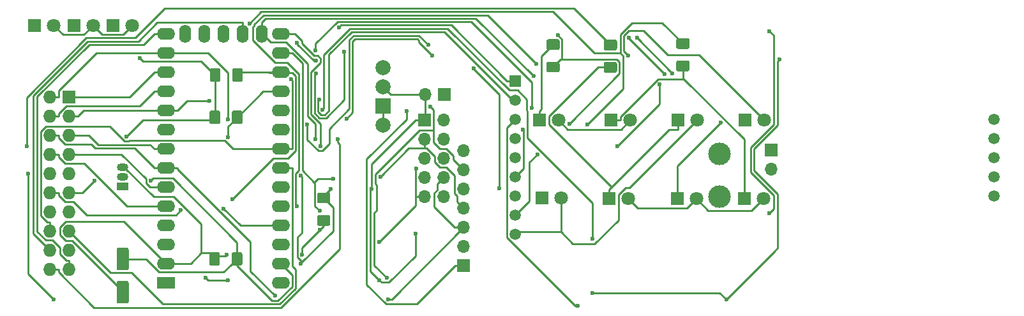
<source format=gbr>
G04 #@! TF.GenerationSoftware,KiCad,Pcbnew,(5.1.4)-1*
G04 #@! TF.CreationDate,2022-01-22T20:19:37+01:00*
G04 #@! TF.ProjectId,KRS-XL_CB6-9-12,4b52532d-584c-45f4-9342-362d392d3132,V01.01_work*
G04 #@! TF.SameCoordinates,Original*
G04 #@! TF.FileFunction,Copper,L2,Bot*
G04 #@! TF.FilePolarity,Positive*
%FSLAX46Y46*%
G04 Gerber Fmt 4.6, Leading zero omitted, Abs format (unit mm)*
G04 Created by KiCad (PCBNEW (5.1.4)-1) date 2022-01-22 20:19:37*
%MOMM*%
%LPD*%
G04 APERTURE LIST*
%ADD10O,1.727200X1.727200*%
%ADD11R,1.727200X1.727200*%
%ADD12C,1.500000*%
%ADD13R,1.500000X1.500000*%
%ADD14C,0.100000*%
%ADD15C,1.425000*%
%ADD16C,1.600000*%
%ADD17C,1.800000*%
%ADD18R,1.800000X1.800000*%
%ADD19R,1.500000X1.050000*%
%ADD20O,1.500000X1.050000*%
%ADD21O,1.700000X1.700000*%
%ADD22R,1.700000X1.700000*%
%ADD23O,1.600000X2.400000*%
%ADD24O,2.400000X1.600000*%
%ADD25R,2.400000X1.600000*%
%ADD26C,3.000000*%
%ADD27R,2.000000X2.000000*%
%ADD28C,2.000000*%
%ADD29C,0.600000*%
%ADD30C,0.250000*%
G04 APERTURE END LIST*
D10*
X53848000Y-85217000D03*
X56388000Y-85217000D03*
X53848000Y-82677000D03*
X56388000Y-82677000D03*
X53848000Y-80137000D03*
X56388000Y-80137000D03*
X53848000Y-77597000D03*
X56388000Y-77597000D03*
X53848000Y-75057000D03*
X56388000Y-75057000D03*
X53848000Y-72517000D03*
X56388000Y-72517000D03*
X53848000Y-69977000D03*
X56388000Y-69977000D03*
X53848000Y-67437000D03*
X56388000Y-67437000D03*
X53848000Y-64897000D03*
X56388000Y-64897000D03*
X53848000Y-62357000D03*
D11*
X56388000Y-62357000D03*
D12*
X179090000Y-75438000D03*
X179090000Y-72898000D03*
X179090000Y-70358000D03*
X179090000Y-67818000D03*
X179090000Y-65278000D03*
X115570000Y-80518000D03*
X115570000Y-77978000D03*
X115570000Y-75438000D03*
X115570000Y-72898000D03*
X115570000Y-70358000D03*
X115570000Y-67818000D03*
X115570000Y-65278000D03*
X115570000Y-62738000D03*
D13*
X115570000Y-60198000D03*
D14*
G36*
X79190504Y-64150204D02*
G01*
X79214773Y-64153804D01*
X79238571Y-64159765D01*
X79261671Y-64168030D01*
X79283849Y-64178520D01*
X79304893Y-64191133D01*
X79324598Y-64205747D01*
X79342777Y-64222223D01*
X79359253Y-64240402D01*
X79373867Y-64260107D01*
X79386480Y-64281151D01*
X79396970Y-64303329D01*
X79405235Y-64326429D01*
X79411196Y-64350227D01*
X79414796Y-64374496D01*
X79416000Y-64399000D01*
X79416000Y-65649000D01*
X79414796Y-65673504D01*
X79411196Y-65697773D01*
X79405235Y-65721571D01*
X79396970Y-65744671D01*
X79386480Y-65766849D01*
X79373867Y-65787893D01*
X79359253Y-65807598D01*
X79342777Y-65825777D01*
X79324598Y-65842253D01*
X79304893Y-65856867D01*
X79283849Y-65869480D01*
X79261671Y-65879970D01*
X79238571Y-65888235D01*
X79214773Y-65894196D01*
X79190504Y-65897796D01*
X79166000Y-65899000D01*
X78241000Y-65899000D01*
X78216496Y-65897796D01*
X78192227Y-65894196D01*
X78168429Y-65888235D01*
X78145329Y-65879970D01*
X78123151Y-65869480D01*
X78102107Y-65856867D01*
X78082402Y-65842253D01*
X78064223Y-65825777D01*
X78047747Y-65807598D01*
X78033133Y-65787893D01*
X78020520Y-65766849D01*
X78010030Y-65744671D01*
X78001765Y-65721571D01*
X77995804Y-65697773D01*
X77992204Y-65673504D01*
X77991000Y-65649000D01*
X77991000Y-64399000D01*
X77992204Y-64374496D01*
X77995804Y-64350227D01*
X78001765Y-64326429D01*
X78010030Y-64303329D01*
X78020520Y-64281151D01*
X78033133Y-64260107D01*
X78047747Y-64240402D01*
X78064223Y-64222223D01*
X78082402Y-64205747D01*
X78102107Y-64191133D01*
X78123151Y-64178520D01*
X78145329Y-64168030D01*
X78168429Y-64159765D01*
X78192227Y-64153804D01*
X78216496Y-64150204D01*
X78241000Y-64149000D01*
X79166000Y-64149000D01*
X79190504Y-64150204D01*
X79190504Y-64150204D01*
G37*
D15*
X78703500Y-65024000D03*
D14*
G36*
X76215504Y-64150204D02*
G01*
X76239773Y-64153804D01*
X76263571Y-64159765D01*
X76286671Y-64168030D01*
X76308849Y-64178520D01*
X76329893Y-64191133D01*
X76349598Y-64205747D01*
X76367777Y-64222223D01*
X76384253Y-64240402D01*
X76398867Y-64260107D01*
X76411480Y-64281151D01*
X76421970Y-64303329D01*
X76430235Y-64326429D01*
X76436196Y-64350227D01*
X76439796Y-64374496D01*
X76441000Y-64399000D01*
X76441000Y-65649000D01*
X76439796Y-65673504D01*
X76436196Y-65697773D01*
X76430235Y-65721571D01*
X76421970Y-65744671D01*
X76411480Y-65766849D01*
X76398867Y-65787893D01*
X76384253Y-65807598D01*
X76367777Y-65825777D01*
X76349598Y-65842253D01*
X76329893Y-65856867D01*
X76308849Y-65869480D01*
X76286671Y-65879970D01*
X76263571Y-65888235D01*
X76239773Y-65894196D01*
X76215504Y-65897796D01*
X76191000Y-65899000D01*
X75266000Y-65899000D01*
X75241496Y-65897796D01*
X75217227Y-65894196D01*
X75193429Y-65888235D01*
X75170329Y-65879970D01*
X75148151Y-65869480D01*
X75127107Y-65856867D01*
X75107402Y-65842253D01*
X75089223Y-65825777D01*
X75072747Y-65807598D01*
X75058133Y-65787893D01*
X75045520Y-65766849D01*
X75035030Y-65744671D01*
X75026765Y-65721571D01*
X75020804Y-65697773D01*
X75017204Y-65673504D01*
X75016000Y-65649000D01*
X75016000Y-64399000D01*
X75017204Y-64374496D01*
X75020804Y-64350227D01*
X75026765Y-64326429D01*
X75035030Y-64303329D01*
X75045520Y-64281151D01*
X75058133Y-64260107D01*
X75072747Y-64240402D01*
X75089223Y-64222223D01*
X75107402Y-64205747D01*
X75127107Y-64191133D01*
X75148151Y-64178520D01*
X75170329Y-64168030D01*
X75193429Y-64159765D01*
X75217227Y-64153804D01*
X75241496Y-64150204D01*
X75266000Y-64149000D01*
X76191000Y-64149000D01*
X76215504Y-64150204D01*
X76215504Y-64150204D01*
G37*
D15*
X75728500Y-65024000D03*
D14*
G36*
X79227004Y-58562204D02*
G01*
X79251273Y-58565804D01*
X79275071Y-58571765D01*
X79298171Y-58580030D01*
X79320349Y-58590520D01*
X79341393Y-58603133D01*
X79361098Y-58617747D01*
X79379277Y-58634223D01*
X79395753Y-58652402D01*
X79410367Y-58672107D01*
X79422980Y-58693151D01*
X79433470Y-58715329D01*
X79441735Y-58738429D01*
X79447696Y-58762227D01*
X79451296Y-58786496D01*
X79452500Y-58811000D01*
X79452500Y-60061000D01*
X79451296Y-60085504D01*
X79447696Y-60109773D01*
X79441735Y-60133571D01*
X79433470Y-60156671D01*
X79422980Y-60178849D01*
X79410367Y-60199893D01*
X79395753Y-60219598D01*
X79379277Y-60237777D01*
X79361098Y-60254253D01*
X79341393Y-60268867D01*
X79320349Y-60281480D01*
X79298171Y-60291970D01*
X79275071Y-60300235D01*
X79251273Y-60306196D01*
X79227004Y-60309796D01*
X79202500Y-60311000D01*
X78277500Y-60311000D01*
X78252996Y-60309796D01*
X78228727Y-60306196D01*
X78204929Y-60300235D01*
X78181829Y-60291970D01*
X78159651Y-60281480D01*
X78138607Y-60268867D01*
X78118902Y-60254253D01*
X78100723Y-60237777D01*
X78084247Y-60219598D01*
X78069633Y-60199893D01*
X78057020Y-60178849D01*
X78046530Y-60156671D01*
X78038265Y-60133571D01*
X78032304Y-60109773D01*
X78028704Y-60085504D01*
X78027500Y-60061000D01*
X78027500Y-58811000D01*
X78028704Y-58786496D01*
X78032304Y-58762227D01*
X78038265Y-58738429D01*
X78046530Y-58715329D01*
X78057020Y-58693151D01*
X78069633Y-58672107D01*
X78084247Y-58652402D01*
X78100723Y-58634223D01*
X78118902Y-58617747D01*
X78138607Y-58603133D01*
X78159651Y-58590520D01*
X78181829Y-58580030D01*
X78204929Y-58571765D01*
X78228727Y-58565804D01*
X78252996Y-58562204D01*
X78277500Y-58561000D01*
X79202500Y-58561000D01*
X79227004Y-58562204D01*
X79227004Y-58562204D01*
G37*
D15*
X78740000Y-59436000D03*
D14*
G36*
X76252004Y-58562204D02*
G01*
X76276273Y-58565804D01*
X76300071Y-58571765D01*
X76323171Y-58580030D01*
X76345349Y-58590520D01*
X76366393Y-58603133D01*
X76386098Y-58617747D01*
X76404277Y-58634223D01*
X76420753Y-58652402D01*
X76435367Y-58672107D01*
X76447980Y-58693151D01*
X76458470Y-58715329D01*
X76466735Y-58738429D01*
X76472696Y-58762227D01*
X76476296Y-58786496D01*
X76477500Y-58811000D01*
X76477500Y-60061000D01*
X76476296Y-60085504D01*
X76472696Y-60109773D01*
X76466735Y-60133571D01*
X76458470Y-60156671D01*
X76447980Y-60178849D01*
X76435367Y-60199893D01*
X76420753Y-60219598D01*
X76404277Y-60237777D01*
X76386098Y-60254253D01*
X76366393Y-60268867D01*
X76345349Y-60281480D01*
X76323171Y-60291970D01*
X76300071Y-60300235D01*
X76276273Y-60306196D01*
X76252004Y-60309796D01*
X76227500Y-60311000D01*
X75302500Y-60311000D01*
X75277996Y-60309796D01*
X75253727Y-60306196D01*
X75229929Y-60300235D01*
X75206829Y-60291970D01*
X75184651Y-60281480D01*
X75163607Y-60268867D01*
X75143902Y-60254253D01*
X75125723Y-60237777D01*
X75109247Y-60219598D01*
X75094633Y-60199893D01*
X75082020Y-60178849D01*
X75071530Y-60156671D01*
X75063265Y-60133571D01*
X75057304Y-60109773D01*
X75053704Y-60085504D01*
X75052500Y-60061000D01*
X75052500Y-58811000D01*
X75053704Y-58786496D01*
X75057304Y-58762227D01*
X75063265Y-58738429D01*
X75071530Y-58715329D01*
X75082020Y-58693151D01*
X75094633Y-58672107D01*
X75109247Y-58652402D01*
X75125723Y-58634223D01*
X75143902Y-58617747D01*
X75163607Y-58603133D01*
X75184651Y-58590520D01*
X75206829Y-58580030D01*
X75229929Y-58571765D01*
X75253727Y-58565804D01*
X75277996Y-58562204D01*
X75302500Y-58561000D01*
X76227500Y-58561000D01*
X76252004Y-58562204D01*
X76252004Y-58562204D01*
G37*
D15*
X75765000Y-59436000D03*
D14*
G36*
X64074504Y-82321204D02*
G01*
X64098773Y-82324804D01*
X64122571Y-82330765D01*
X64145671Y-82339030D01*
X64167849Y-82349520D01*
X64188893Y-82362133D01*
X64208598Y-82376747D01*
X64226777Y-82393223D01*
X64243253Y-82411402D01*
X64257867Y-82431107D01*
X64270480Y-82452151D01*
X64280970Y-82474329D01*
X64289235Y-82497429D01*
X64295196Y-82521227D01*
X64298796Y-82545496D01*
X64300000Y-82570000D01*
X64300000Y-85070000D01*
X64298796Y-85094504D01*
X64295196Y-85118773D01*
X64289235Y-85142571D01*
X64280970Y-85165671D01*
X64270480Y-85187849D01*
X64257867Y-85208893D01*
X64243253Y-85228598D01*
X64226777Y-85246777D01*
X64208598Y-85263253D01*
X64188893Y-85277867D01*
X64167849Y-85290480D01*
X64145671Y-85300970D01*
X64122571Y-85309235D01*
X64098773Y-85315196D01*
X64074504Y-85318796D01*
X64050000Y-85320000D01*
X62950000Y-85320000D01*
X62925496Y-85318796D01*
X62901227Y-85315196D01*
X62877429Y-85309235D01*
X62854329Y-85300970D01*
X62832151Y-85290480D01*
X62811107Y-85277867D01*
X62791402Y-85263253D01*
X62773223Y-85246777D01*
X62756747Y-85228598D01*
X62742133Y-85208893D01*
X62729520Y-85187849D01*
X62719030Y-85165671D01*
X62710765Y-85142571D01*
X62704804Y-85118773D01*
X62701204Y-85094504D01*
X62700000Y-85070000D01*
X62700000Y-82570000D01*
X62701204Y-82545496D01*
X62704804Y-82521227D01*
X62710765Y-82497429D01*
X62719030Y-82474329D01*
X62729520Y-82452151D01*
X62742133Y-82431107D01*
X62756747Y-82411402D01*
X62773223Y-82393223D01*
X62791402Y-82376747D01*
X62811107Y-82362133D01*
X62832151Y-82349520D01*
X62854329Y-82339030D01*
X62877429Y-82330765D01*
X62901227Y-82324804D01*
X62925496Y-82321204D01*
X62950000Y-82320000D01*
X64050000Y-82320000D01*
X64074504Y-82321204D01*
X64074504Y-82321204D01*
G37*
D16*
X63500000Y-83820000D03*
D14*
G36*
X64074504Y-86721204D02*
G01*
X64098773Y-86724804D01*
X64122571Y-86730765D01*
X64145671Y-86739030D01*
X64167849Y-86749520D01*
X64188893Y-86762133D01*
X64208598Y-86776747D01*
X64226777Y-86793223D01*
X64243253Y-86811402D01*
X64257867Y-86831107D01*
X64270480Y-86852151D01*
X64280970Y-86874329D01*
X64289235Y-86897429D01*
X64295196Y-86921227D01*
X64298796Y-86945496D01*
X64300000Y-86970000D01*
X64300000Y-89470000D01*
X64298796Y-89494504D01*
X64295196Y-89518773D01*
X64289235Y-89542571D01*
X64280970Y-89565671D01*
X64270480Y-89587849D01*
X64257867Y-89608893D01*
X64243253Y-89628598D01*
X64226777Y-89646777D01*
X64208598Y-89663253D01*
X64188893Y-89677867D01*
X64167849Y-89690480D01*
X64145671Y-89700970D01*
X64122571Y-89709235D01*
X64098773Y-89715196D01*
X64074504Y-89718796D01*
X64050000Y-89720000D01*
X62950000Y-89720000D01*
X62925496Y-89718796D01*
X62901227Y-89715196D01*
X62877429Y-89709235D01*
X62854329Y-89700970D01*
X62832151Y-89690480D01*
X62811107Y-89677867D01*
X62791402Y-89663253D01*
X62773223Y-89646777D01*
X62756747Y-89628598D01*
X62742133Y-89608893D01*
X62729520Y-89587849D01*
X62719030Y-89565671D01*
X62710765Y-89542571D01*
X62704804Y-89518773D01*
X62701204Y-89494504D01*
X62700000Y-89470000D01*
X62700000Y-86970000D01*
X62701204Y-86945496D01*
X62704804Y-86921227D01*
X62710765Y-86897429D01*
X62719030Y-86874329D01*
X62729520Y-86852151D01*
X62742133Y-86831107D01*
X62756747Y-86811402D01*
X62773223Y-86793223D01*
X62791402Y-86776747D01*
X62811107Y-86762133D01*
X62832151Y-86749520D01*
X62854329Y-86739030D01*
X62877429Y-86730765D01*
X62901227Y-86724804D01*
X62925496Y-86721204D01*
X62950000Y-86720000D01*
X64050000Y-86720000D01*
X64074504Y-86721204D01*
X64074504Y-86721204D01*
G37*
D16*
X63500000Y-88220000D03*
D14*
G36*
X76179004Y-82946204D02*
G01*
X76203273Y-82949804D01*
X76227071Y-82955765D01*
X76250171Y-82964030D01*
X76272349Y-82974520D01*
X76293393Y-82987133D01*
X76313098Y-83001747D01*
X76331277Y-83018223D01*
X76347753Y-83036402D01*
X76362367Y-83056107D01*
X76374980Y-83077151D01*
X76385470Y-83099329D01*
X76393735Y-83122429D01*
X76399696Y-83146227D01*
X76403296Y-83170496D01*
X76404500Y-83195000D01*
X76404500Y-84445000D01*
X76403296Y-84469504D01*
X76399696Y-84493773D01*
X76393735Y-84517571D01*
X76385470Y-84540671D01*
X76374980Y-84562849D01*
X76362367Y-84583893D01*
X76347753Y-84603598D01*
X76331277Y-84621777D01*
X76313098Y-84638253D01*
X76293393Y-84652867D01*
X76272349Y-84665480D01*
X76250171Y-84675970D01*
X76227071Y-84684235D01*
X76203273Y-84690196D01*
X76179004Y-84693796D01*
X76154500Y-84695000D01*
X75229500Y-84695000D01*
X75204996Y-84693796D01*
X75180727Y-84690196D01*
X75156929Y-84684235D01*
X75133829Y-84675970D01*
X75111651Y-84665480D01*
X75090607Y-84652867D01*
X75070902Y-84638253D01*
X75052723Y-84621777D01*
X75036247Y-84603598D01*
X75021633Y-84583893D01*
X75009020Y-84562849D01*
X74998530Y-84540671D01*
X74990265Y-84517571D01*
X74984304Y-84493773D01*
X74980704Y-84469504D01*
X74979500Y-84445000D01*
X74979500Y-83195000D01*
X74980704Y-83170496D01*
X74984304Y-83146227D01*
X74990265Y-83122429D01*
X74998530Y-83099329D01*
X75009020Y-83077151D01*
X75021633Y-83056107D01*
X75036247Y-83036402D01*
X75052723Y-83018223D01*
X75070902Y-83001747D01*
X75090607Y-82987133D01*
X75111651Y-82974520D01*
X75133829Y-82964030D01*
X75156929Y-82955765D01*
X75180727Y-82949804D01*
X75204996Y-82946204D01*
X75229500Y-82945000D01*
X76154500Y-82945000D01*
X76179004Y-82946204D01*
X76179004Y-82946204D01*
G37*
D15*
X75692000Y-83820000D03*
D14*
G36*
X79154004Y-82946204D02*
G01*
X79178273Y-82949804D01*
X79202071Y-82955765D01*
X79225171Y-82964030D01*
X79247349Y-82974520D01*
X79268393Y-82987133D01*
X79288098Y-83001747D01*
X79306277Y-83018223D01*
X79322753Y-83036402D01*
X79337367Y-83056107D01*
X79349980Y-83077151D01*
X79360470Y-83099329D01*
X79368735Y-83122429D01*
X79374696Y-83146227D01*
X79378296Y-83170496D01*
X79379500Y-83195000D01*
X79379500Y-84445000D01*
X79378296Y-84469504D01*
X79374696Y-84493773D01*
X79368735Y-84517571D01*
X79360470Y-84540671D01*
X79349980Y-84562849D01*
X79337367Y-84583893D01*
X79322753Y-84603598D01*
X79306277Y-84621777D01*
X79288098Y-84638253D01*
X79268393Y-84652867D01*
X79247349Y-84665480D01*
X79225171Y-84675970D01*
X79202071Y-84684235D01*
X79178273Y-84690196D01*
X79154004Y-84693796D01*
X79129500Y-84695000D01*
X78204500Y-84695000D01*
X78179996Y-84693796D01*
X78155727Y-84690196D01*
X78131929Y-84684235D01*
X78108829Y-84675970D01*
X78086651Y-84665480D01*
X78065607Y-84652867D01*
X78045902Y-84638253D01*
X78027723Y-84621777D01*
X78011247Y-84603598D01*
X77996633Y-84583893D01*
X77984020Y-84562849D01*
X77973530Y-84540671D01*
X77965265Y-84517571D01*
X77959304Y-84493773D01*
X77955704Y-84469504D01*
X77954500Y-84445000D01*
X77954500Y-83195000D01*
X77955704Y-83170496D01*
X77959304Y-83146227D01*
X77965265Y-83122429D01*
X77973530Y-83099329D01*
X77984020Y-83077151D01*
X77996633Y-83056107D01*
X78011247Y-83036402D01*
X78027723Y-83018223D01*
X78045902Y-83001747D01*
X78065607Y-82987133D01*
X78086651Y-82974520D01*
X78108829Y-82964030D01*
X78131929Y-82955765D01*
X78155727Y-82949804D01*
X78179996Y-82946204D01*
X78204500Y-82945000D01*
X79129500Y-82945000D01*
X79154004Y-82946204D01*
X79154004Y-82946204D01*
G37*
D15*
X78667000Y-83820000D03*
D14*
G36*
X138444504Y-54533704D02*
G01*
X138468773Y-54537304D01*
X138492571Y-54543265D01*
X138515671Y-54551530D01*
X138537849Y-54562020D01*
X138558893Y-54574633D01*
X138578598Y-54589247D01*
X138596777Y-54605723D01*
X138613253Y-54623902D01*
X138627867Y-54643607D01*
X138640480Y-54664651D01*
X138650970Y-54686829D01*
X138659235Y-54709929D01*
X138665196Y-54733727D01*
X138668796Y-54757996D01*
X138670000Y-54782500D01*
X138670000Y-55707500D01*
X138668796Y-55732004D01*
X138665196Y-55756273D01*
X138659235Y-55780071D01*
X138650970Y-55803171D01*
X138640480Y-55825349D01*
X138627867Y-55846393D01*
X138613253Y-55866098D01*
X138596777Y-55884277D01*
X138578598Y-55900753D01*
X138558893Y-55915367D01*
X138537849Y-55927980D01*
X138515671Y-55938470D01*
X138492571Y-55946735D01*
X138468773Y-55952696D01*
X138444504Y-55956296D01*
X138420000Y-55957500D01*
X137170000Y-55957500D01*
X137145496Y-55956296D01*
X137121227Y-55952696D01*
X137097429Y-55946735D01*
X137074329Y-55938470D01*
X137052151Y-55927980D01*
X137031107Y-55915367D01*
X137011402Y-55900753D01*
X136993223Y-55884277D01*
X136976747Y-55866098D01*
X136962133Y-55846393D01*
X136949520Y-55825349D01*
X136939030Y-55803171D01*
X136930765Y-55780071D01*
X136924804Y-55756273D01*
X136921204Y-55732004D01*
X136920000Y-55707500D01*
X136920000Y-54782500D01*
X136921204Y-54757996D01*
X136924804Y-54733727D01*
X136930765Y-54709929D01*
X136939030Y-54686829D01*
X136949520Y-54664651D01*
X136962133Y-54643607D01*
X136976747Y-54623902D01*
X136993223Y-54605723D01*
X137011402Y-54589247D01*
X137031107Y-54574633D01*
X137052151Y-54562020D01*
X137074329Y-54551530D01*
X137097429Y-54543265D01*
X137121227Y-54537304D01*
X137145496Y-54533704D01*
X137170000Y-54532500D01*
X138420000Y-54532500D01*
X138444504Y-54533704D01*
X138444504Y-54533704D01*
G37*
D15*
X137795000Y-55245000D03*
D14*
G36*
X138444504Y-57508704D02*
G01*
X138468773Y-57512304D01*
X138492571Y-57518265D01*
X138515671Y-57526530D01*
X138537849Y-57537020D01*
X138558893Y-57549633D01*
X138578598Y-57564247D01*
X138596777Y-57580723D01*
X138613253Y-57598902D01*
X138627867Y-57618607D01*
X138640480Y-57639651D01*
X138650970Y-57661829D01*
X138659235Y-57684929D01*
X138665196Y-57708727D01*
X138668796Y-57732996D01*
X138670000Y-57757500D01*
X138670000Y-58682500D01*
X138668796Y-58707004D01*
X138665196Y-58731273D01*
X138659235Y-58755071D01*
X138650970Y-58778171D01*
X138640480Y-58800349D01*
X138627867Y-58821393D01*
X138613253Y-58841098D01*
X138596777Y-58859277D01*
X138578598Y-58875753D01*
X138558893Y-58890367D01*
X138537849Y-58902980D01*
X138515671Y-58913470D01*
X138492571Y-58921735D01*
X138468773Y-58927696D01*
X138444504Y-58931296D01*
X138420000Y-58932500D01*
X137170000Y-58932500D01*
X137145496Y-58931296D01*
X137121227Y-58927696D01*
X137097429Y-58921735D01*
X137074329Y-58913470D01*
X137052151Y-58902980D01*
X137031107Y-58890367D01*
X137011402Y-58875753D01*
X136993223Y-58859277D01*
X136976747Y-58841098D01*
X136962133Y-58821393D01*
X136949520Y-58800349D01*
X136939030Y-58778171D01*
X136930765Y-58755071D01*
X136924804Y-58731273D01*
X136921204Y-58707004D01*
X136920000Y-58682500D01*
X136920000Y-57757500D01*
X136921204Y-57732996D01*
X136924804Y-57708727D01*
X136930765Y-57684929D01*
X136939030Y-57661829D01*
X136949520Y-57639651D01*
X136962133Y-57618607D01*
X136976747Y-57598902D01*
X136993223Y-57580723D01*
X137011402Y-57564247D01*
X137031107Y-57549633D01*
X137052151Y-57537020D01*
X137074329Y-57526530D01*
X137097429Y-57518265D01*
X137121227Y-57512304D01*
X137145496Y-57508704D01*
X137170000Y-57507500D01*
X138420000Y-57507500D01*
X138444504Y-57508704D01*
X138444504Y-57508704D01*
G37*
D15*
X137795000Y-58220000D03*
D14*
G36*
X121223504Y-57661104D02*
G01*
X121247773Y-57664704D01*
X121271571Y-57670665D01*
X121294671Y-57678930D01*
X121316849Y-57689420D01*
X121337893Y-57702033D01*
X121357598Y-57716647D01*
X121375777Y-57733123D01*
X121392253Y-57751302D01*
X121406867Y-57771007D01*
X121419480Y-57792051D01*
X121429970Y-57814229D01*
X121438235Y-57837329D01*
X121444196Y-57861127D01*
X121447796Y-57885396D01*
X121449000Y-57909900D01*
X121449000Y-58834900D01*
X121447796Y-58859404D01*
X121444196Y-58883673D01*
X121438235Y-58907471D01*
X121429970Y-58930571D01*
X121419480Y-58952749D01*
X121406867Y-58973793D01*
X121392253Y-58993498D01*
X121375777Y-59011677D01*
X121357598Y-59028153D01*
X121337893Y-59042767D01*
X121316849Y-59055380D01*
X121294671Y-59065870D01*
X121271571Y-59074135D01*
X121247773Y-59080096D01*
X121223504Y-59083696D01*
X121199000Y-59084900D01*
X119949000Y-59084900D01*
X119924496Y-59083696D01*
X119900227Y-59080096D01*
X119876429Y-59074135D01*
X119853329Y-59065870D01*
X119831151Y-59055380D01*
X119810107Y-59042767D01*
X119790402Y-59028153D01*
X119772223Y-59011677D01*
X119755747Y-58993498D01*
X119741133Y-58973793D01*
X119728520Y-58952749D01*
X119718030Y-58930571D01*
X119709765Y-58907471D01*
X119703804Y-58883673D01*
X119700204Y-58859404D01*
X119699000Y-58834900D01*
X119699000Y-57909900D01*
X119700204Y-57885396D01*
X119703804Y-57861127D01*
X119709765Y-57837329D01*
X119718030Y-57814229D01*
X119728520Y-57792051D01*
X119741133Y-57771007D01*
X119755747Y-57751302D01*
X119772223Y-57733123D01*
X119790402Y-57716647D01*
X119810107Y-57702033D01*
X119831151Y-57689420D01*
X119853329Y-57678930D01*
X119876429Y-57670665D01*
X119900227Y-57664704D01*
X119924496Y-57661104D01*
X119949000Y-57659900D01*
X121199000Y-57659900D01*
X121223504Y-57661104D01*
X121223504Y-57661104D01*
G37*
D15*
X120574000Y-58372400D03*
D14*
G36*
X121223504Y-54686104D02*
G01*
X121247773Y-54689704D01*
X121271571Y-54695665D01*
X121294671Y-54703930D01*
X121316849Y-54714420D01*
X121337893Y-54727033D01*
X121357598Y-54741647D01*
X121375777Y-54758123D01*
X121392253Y-54776302D01*
X121406867Y-54796007D01*
X121419480Y-54817051D01*
X121429970Y-54839229D01*
X121438235Y-54862329D01*
X121444196Y-54886127D01*
X121447796Y-54910396D01*
X121449000Y-54934900D01*
X121449000Y-55859900D01*
X121447796Y-55884404D01*
X121444196Y-55908673D01*
X121438235Y-55932471D01*
X121429970Y-55955571D01*
X121419480Y-55977749D01*
X121406867Y-55998793D01*
X121392253Y-56018498D01*
X121375777Y-56036677D01*
X121357598Y-56053153D01*
X121337893Y-56067767D01*
X121316849Y-56080380D01*
X121294671Y-56090870D01*
X121271571Y-56099135D01*
X121247773Y-56105096D01*
X121223504Y-56108696D01*
X121199000Y-56109900D01*
X119949000Y-56109900D01*
X119924496Y-56108696D01*
X119900227Y-56105096D01*
X119876429Y-56099135D01*
X119853329Y-56090870D01*
X119831151Y-56080380D01*
X119810107Y-56067767D01*
X119790402Y-56053153D01*
X119772223Y-56036677D01*
X119755747Y-56018498D01*
X119741133Y-55998793D01*
X119728520Y-55977749D01*
X119718030Y-55955571D01*
X119709765Y-55932471D01*
X119703804Y-55908673D01*
X119700204Y-55884404D01*
X119699000Y-55859900D01*
X119699000Y-54934900D01*
X119700204Y-54910396D01*
X119703804Y-54886127D01*
X119709765Y-54862329D01*
X119718030Y-54839229D01*
X119728520Y-54817051D01*
X119741133Y-54796007D01*
X119755747Y-54776302D01*
X119772223Y-54758123D01*
X119790402Y-54741647D01*
X119810107Y-54727033D01*
X119831151Y-54714420D01*
X119853329Y-54703930D01*
X119876429Y-54695665D01*
X119900227Y-54689704D01*
X119924496Y-54686104D01*
X119949000Y-54684900D01*
X121199000Y-54684900D01*
X121223504Y-54686104D01*
X121223504Y-54686104D01*
G37*
D15*
X120574000Y-55397400D03*
D14*
G36*
X128843504Y-54722604D02*
G01*
X128867773Y-54726204D01*
X128891571Y-54732165D01*
X128914671Y-54740430D01*
X128936849Y-54750920D01*
X128957893Y-54763533D01*
X128977598Y-54778147D01*
X128995777Y-54794623D01*
X129012253Y-54812802D01*
X129026867Y-54832507D01*
X129039480Y-54853551D01*
X129049970Y-54875729D01*
X129058235Y-54898829D01*
X129064196Y-54922627D01*
X129067796Y-54946896D01*
X129069000Y-54971400D01*
X129069000Y-55896400D01*
X129067796Y-55920904D01*
X129064196Y-55945173D01*
X129058235Y-55968971D01*
X129049970Y-55992071D01*
X129039480Y-56014249D01*
X129026867Y-56035293D01*
X129012253Y-56054998D01*
X128995777Y-56073177D01*
X128977598Y-56089653D01*
X128957893Y-56104267D01*
X128936849Y-56116880D01*
X128914671Y-56127370D01*
X128891571Y-56135635D01*
X128867773Y-56141596D01*
X128843504Y-56145196D01*
X128819000Y-56146400D01*
X127569000Y-56146400D01*
X127544496Y-56145196D01*
X127520227Y-56141596D01*
X127496429Y-56135635D01*
X127473329Y-56127370D01*
X127451151Y-56116880D01*
X127430107Y-56104267D01*
X127410402Y-56089653D01*
X127392223Y-56073177D01*
X127375747Y-56054998D01*
X127361133Y-56035293D01*
X127348520Y-56014249D01*
X127338030Y-55992071D01*
X127329765Y-55968971D01*
X127323804Y-55945173D01*
X127320204Y-55920904D01*
X127319000Y-55896400D01*
X127319000Y-54971400D01*
X127320204Y-54946896D01*
X127323804Y-54922627D01*
X127329765Y-54898829D01*
X127338030Y-54875729D01*
X127348520Y-54853551D01*
X127361133Y-54832507D01*
X127375747Y-54812802D01*
X127392223Y-54794623D01*
X127410402Y-54778147D01*
X127430107Y-54763533D01*
X127451151Y-54750920D01*
X127473329Y-54740430D01*
X127496429Y-54732165D01*
X127520227Y-54726204D01*
X127544496Y-54722604D01*
X127569000Y-54721400D01*
X128819000Y-54721400D01*
X128843504Y-54722604D01*
X128843504Y-54722604D01*
G37*
D15*
X128194000Y-55433900D03*
D14*
G36*
X128843504Y-57697604D02*
G01*
X128867773Y-57701204D01*
X128891571Y-57707165D01*
X128914671Y-57715430D01*
X128936849Y-57725920D01*
X128957893Y-57738533D01*
X128977598Y-57753147D01*
X128995777Y-57769623D01*
X129012253Y-57787802D01*
X129026867Y-57807507D01*
X129039480Y-57828551D01*
X129049970Y-57850729D01*
X129058235Y-57873829D01*
X129064196Y-57897627D01*
X129067796Y-57921896D01*
X129069000Y-57946400D01*
X129069000Y-58871400D01*
X129067796Y-58895904D01*
X129064196Y-58920173D01*
X129058235Y-58943971D01*
X129049970Y-58967071D01*
X129039480Y-58989249D01*
X129026867Y-59010293D01*
X129012253Y-59029998D01*
X128995777Y-59048177D01*
X128977598Y-59064653D01*
X128957893Y-59079267D01*
X128936849Y-59091880D01*
X128914671Y-59102370D01*
X128891571Y-59110635D01*
X128867773Y-59116596D01*
X128843504Y-59120196D01*
X128819000Y-59121400D01*
X127569000Y-59121400D01*
X127544496Y-59120196D01*
X127520227Y-59116596D01*
X127496429Y-59110635D01*
X127473329Y-59102370D01*
X127451151Y-59091880D01*
X127430107Y-59079267D01*
X127410402Y-59064653D01*
X127392223Y-59048177D01*
X127375747Y-59029998D01*
X127361133Y-59010293D01*
X127348520Y-58989249D01*
X127338030Y-58967071D01*
X127329765Y-58943971D01*
X127323804Y-58920173D01*
X127320204Y-58895904D01*
X127319000Y-58871400D01*
X127319000Y-57946400D01*
X127320204Y-57921896D01*
X127323804Y-57897627D01*
X127329765Y-57873829D01*
X127338030Y-57850729D01*
X127348520Y-57828551D01*
X127361133Y-57807507D01*
X127375747Y-57787802D01*
X127392223Y-57769623D01*
X127410402Y-57753147D01*
X127430107Y-57738533D01*
X127451151Y-57725920D01*
X127473329Y-57715430D01*
X127496429Y-57707165D01*
X127520227Y-57701204D01*
X127544496Y-57697604D01*
X127569000Y-57696400D01*
X128819000Y-57696400D01*
X128843504Y-57697604D01*
X128843504Y-57697604D01*
G37*
D15*
X128194000Y-58408900D03*
D17*
X139573000Y-75819000D03*
D18*
X137033000Y-75819000D03*
D17*
X121666000Y-75717400D03*
D18*
X119126000Y-75717400D03*
D17*
X148590000Y-65405000D03*
D18*
X146050000Y-65405000D03*
D17*
X139700000Y-65405000D03*
D18*
X137160000Y-65405000D03*
D17*
X130810000Y-65405000D03*
D18*
X128270000Y-65405000D03*
D17*
X121285000Y-65405000D03*
D18*
X118745000Y-65405000D03*
D14*
G36*
X90819504Y-77992204D02*
G01*
X90843773Y-77995804D01*
X90867571Y-78001765D01*
X90890671Y-78010030D01*
X90912849Y-78020520D01*
X90933893Y-78033133D01*
X90953598Y-78047747D01*
X90971777Y-78064223D01*
X90988253Y-78082402D01*
X91002867Y-78102107D01*
X91015480Y-78123151D01*
X91025970Y-78145329D01*
X91034235Y-78168429D01*
X91040196Y-78192227D01*
X91043796Y-78216496D01*
X91045000Y-78241000D01*
X91045000Y-79166000D01*
X91043796Y-79190504D01*
X91040196Y-79214773D01*
X91034235Y-79238571D01*
X91025970Y-79261671D01*
X91015480Y-79283849D01*
X91002867Y-79304893D01*
X90988253Y-79324598D01*
X90971777Y-79342777D01*
X90953598Y-79359253D01*
X90933893Y-79373867D01*
X90912849Y-79386480D01*
X90890671Y-79396970D01*
X90867571Y-79405235D01*
X90843773Y-79411196D01*
X90819504Y-79414796D01*
X90795000Y-79416000D01*
X89545000Y-79416000D01*
X89520496Y-79414796D01*
X89496227Y-79411196D01*
X89472429Y-79405235D01*
X89449329Y-79396970D01*
X89427151Y-79386480D01*
X89406107Y-79373867D01*
X89386402Y-79359253D01*
X89368223Y-79342777D01*
X89351747Y-79324598D01*
X89337133Y-79304893D01*
X89324520Y-79283849D01*
X89314030Y-79261671D01*
X89305765Y-79238571D01*
X89299804Y-79214773D01*
X89296204Y-79190504D01*
X89295000Y-79166000D01*
X89295000Y-78241000D01*
X89296204Y-78216496D01*
X89299804Y-78192227D01*
X89305765Y-78168429D01*
X89314030Y-78145329D01*
X89324520Y-78123151D01*
X89337133Y-78102107D01*
X89351747Y-78082402D01*
X89368223Y-78064223D01*
X89386402Y-78047747D01*
X89406107Y-78033133D01*
X89427151Y-78020520D01*
X89449329Y-78010030D01*
X89472429Y-78001765D01*
X89496227Y-77995804D01*
X89520496Y-77992204D01*
X89545000Y-77991000D01*
X90795000Y-77991000D01*
X90819504Y-77992204D01*
X90819504Y-77992204D01*
G37*
D15*
X90170000Y-78703500D03*
D14*
G36*
X90819504Y-75017204D02*
G01*
X90843773Y-75020804D01*
X90867571Y-75026765D01*
X90890671Y-75035030D01*
X90912849Y-75045520D01*
X90933893Y-75058133D01*
X90953598Y-75072747D01*
X90971777Y-75089223D01*
X90988253Y-75107402D01*
X91002867Y-75127107D01*
X91015480Y-75148151D01*
X91025970Y-75170329D01*
X91034235Y-75193429D01*
X91040196Y-75217227D01*
X91043796Y-75241496D01*
X91045000Y-75266000D01*
X91045000Y-76191000D01*
X91043796Y-76215504D01*
X91040196Y-76239773D01*
X91034235Y-76263571D01*
X91025970Y-76286671D01*
X91015480Y-76308849D01*
X91002867Y-76329893D01*
X90988253Y-76349598D01*
X90971777Y-76367777D01*
X90953598Y-76384253D01*
X90933893Y-76398867D01*
X90912849Y-76411480D01*
X90890671Y-76421970D01*
X90867571Y-76430235D01*
X90843773Y-76436196D01*
X90819504Y-76439796D01*
X90795000Y-76441000D01*
X89545000Y-76441000D01*
X89520496Y-76439796D01*
X89496227Y-76436196D01*
X89472429Y-76430235D01*
X89449329Y-76421970D01*
X89427151Y-76411480D01*
X89406107Y-76398867D01*
X89386402Y-76384253D01*
X89368223Y-76367777D01*
X89351747Y-76349598D01*
X89337133Y-76329893D01*
X89324520Y-76308849D01*
X89314030Y-76286671D01*
X89305765Y-76263571D01*
X89299804Y-76239773D01*
X89296204Y-76215504D01*
X89295000Y-76191000D01*
X89295000Y-75266000D01*
X89296204Y-75241496D01*
X89299804Y-75217227D01*
X89305765Y-75193429D01*
X89314030Y-75170329D01*
X89324520Y-75148151D01*
X89337133Y-75127107D01*
X89351747Y-75107402D01*
X89368223Y-75089223D01*
X89386402Y-75072747D01*
X89406107Y-75058133D01*
X89427151Y-75045520D01*
X89449329Y-75035030D01*
X89472429Y-75026765D01*
X89496227Y-75020804D01*
X89520496Y-75017204D01*
X89545000Y-75016000D01*
X90795000Y-75016000D01*
X90819504Y-75017204D01*
X90819504Y-75017204D01*
G37*
D15*
X90170000Y-75728500D03*
D17*
X148463000Y-75819000D03*
D18*
X145923000Y-75819000D03*
D17*
X130556000Y-75819000D03*
D18*
X128016000Y-75819000D03*
D19*
X63500000Y-74168000D03*
D20*
X63500000Y-71628000D03*
X63500000Y-72898000D03*
D21*
X108712000Y-69469000D03*
X108712000Y-72009000D03*
X108712000Y-74549000D03*
X108712000Y-77089000D03*
X108712000Y-79629000D03*
X108712000Y-82169000D03*
D22*
X108712000Y-84709000D03*
D17*
X54356000Y-52832000D03*
D18*
X51816000Y-52832000D03*
D17*
X59563000Y-52832000D03*
D18*
X57023000Y-52832000D03*
D17*
X64770000Y-52832000D03*
D18*
X62230000Y-52832000D03*
D21*
X103632000Y-61976000D03*
D22*
X106172000Y-61976000D03*
D23*
X81915000Y-53975000D03*
X79375000Y-53975000D03*
X76835000Y-53975000D03*
X74295000Y-53975000D03*
X71755000Y-53975000D03*
D24*
X84455000Y-86995000D03*
X69215000Y-53975000D03*
X84455000Y-84455000D03*
X69215000Y-56515000D03*
X84455000Y-81915000D03*
X69215000Y-59055000D03*
X84455000Y-79375000D03*
X69215000Y-61595000D03*
X84455000Y-76835000D03*
X69215000Y-64135000D03*
X84455000Y-74295000D03*
X69215000Y-66675000D03*
X84455000Y-71755000D03*
X69215000Y-69215000D03*
X84455000Y-69215000D03*
X69215000Y-71755000D03*
X84455000Y-66675000D03*
X69215000Y-74295000D03*
X84455000Y-64135000D03*
X69215000Y-76835000D03*
X84455000Y-61595000D03*
X69215000Y-79375000D03*
X84455000Y-59055000D03*
X69215000Y-81915000D03*
X84455000Y-56515000D03*
X69215000Y-84455000D03*
X84455000Y-53975000D03*
D25*
X69215000Y-86995000D03*
D22*
X103505000Y-65405000D03*
D21*
X103505000Y-67945000D03*
X103505000Y-70485000D03*
X103505000Y-73025000D03*
X103505000Y-75565000D03*
X106045000Y-75565000D03*
X106045000Y-73025000D03*
X106045000Y-70485000D03*
X106045000Y-67945000D03*
X106045000Y-65405000D03*
D26*
X142621000Y-69850000D03*
X142621000Y-75565000D03*
D22*
X149479000Y-69342000D03*
D21*
X149479000Y-71882000D03*
D27*
X98044000Y-63500000D03*
D28*
X98044000Y-60960000D03*
X98044000Y-58420000D03*
X98044000Y-66040000D03*
D29*
X130544000Y-56820200D03*
X77466500Y-65286500D03*
X93173100Y-65221200D03*
X104526000Y-56820200D03*
X113449000Y-74492000D03*
X89150400Y-59256800D03*
X92890400Y-56351000D03*
X110020000Y-58526400D03*
X116563000Y-66667100D03*
X117736000Y-63826300D03*
X89091300Y-56198100D03*
X87080900Y-84455000D03*
X67231300Y-73481600D03*
X87106100Y-72741900D03*
X89580300Y-62649500D03*
X91130400Y-74501800D03*
X89676000Y-79923800D03*
X87289500Y-83296100D03*
X77279200Y-83296100D03*
X64003300Y-67602800D03*
X92185100Y-53097900D03*
X65745900Y-57167600D03*
X89631400Y-77460600D03*
X91440000Y-73152000D03*
X89727100Y-68842700D03*
X97659300Y-72898000D03*
X74501000Y-86291800D03*
X77441500Y-86626300D03*
X50772800Y-68842700D03*
X77494200Y-67673500D03*
X59771000Y-73437200D03*
X78054500Y-75870800D03*
X71216800Y-77376000D03*
X98689600Y-89154000D03*
X101144400Y-64229600D03*
X117985000Y-59588900D03*
X123835000Y-90056400D03*
X89063400Y-67939000D03*
X92002400Y-67939000D03*
X134676000Y-60664200D03*
X129121000Y-68842700D03*
X118486000Y-69959900D03*
X135375000Y-59312200D03*
X130623000Y-54453200D03*
X89122700Y-57501800D03*
X86649700Y-55184000D03*
X125134000Y-65979600D03*
X80302200Y-52607600D03*
X76882200Y-77141000D03*
X150658000Y-57368000D03*
X143549000Y-89187800D03*
X125767000Y-88315600D03*
X118383000Y-57908600D03*
X86618800Y-76835000D03*
X122726000Y-65894400D03*
X121267000Y-54173200D03*
X74978400Y-62865000D03*
X85804400Y-60002200D03*
X131726053Y-54483947D03*
X136434000Y-59191800D03*
X83749900Y-88721700D03*
X87956600Y-65970100D03*
X149301000Y-53621800D03*
X149301000Y-77736200D03*
X104026000Y-55435100D03*
X90030600Y-64042000D03*
X125847000Y-81156700D03*
X102321300Y-80499900D03*
X97508800Y-86614000D03*
X96532300Y-74501600D03*
X142818000Y-65745900D03*
X102467900Y-71817200D03*
X97536000Y-81534000D03*
X98509900Y-86317900D03*
X104315800Y-63604300D03*
X50999900Y-72517000D03*
X54350800Y-89187800D03*
D30*
X121666000Y-80236200D02*
X121666000Y-75717400D01*
X139700000Y-65405000D02*
X130717000Y-74388400D01*
X130717000Y-74388400D02*
X130197000Y-74388400D01*
X130197000Y-74388400D02*
X129241000Y-75343800D01*
X129241000Y-75343800D02*
X129241000Y-78647400D01*
X129241000Y-78647400D02*
X126104000Y-81784400D01*
X126104000Y-81784400D02*
X123214000Y-81784400D01*
X123214000Y-81784400D02*
X121666000Y-80236200D01*
X53848000Y-62357000D02*
X55036900Y-62357000D01*
X55036900Y-62357000D02*
X55036900Y-61465300D01*
X55036900Y-61465300D02*
X59987200Y-56515000D01*
X59987200Y-56515000D02*
X69215000Y-56515000D01*
X121666000Y-80236200D02*
X115852000Y-80236200D01*
X115852000Y-80236200D02*
X115570000Y-80518000D01*
X69215000Y-56515000D02*
X74815800Y-56515000D01*
X74815800Y-56515000D02*
X77466500Y-59165700D01*
X77466500Y-59165700D02*
X77466500Y-65286500D01*
X148590000Y-65405000D02*
X139918000Y-56732500D01*
X139918000Y-56732500D02*
X135766000Y-56732500D01*
X129948000Y-54241300D02*
X129948000Y-56224300D01*
X129948000Y-56224300D02*
X130544000Y-56820200D01*
X104526000Y-56820200D02*
X102814000Y-55108500D01*
X102814000Y-55108500D02*
X102814000Y-54855400D01*
X102814000Y-54855400D02*
X102589000Y-54630300D01*
X102589000Y-54630300D02*
X94317000Y-54630300D01*
X94317000Y-54630300D02*
X93991300Y-54956000D01*
X93991300Y-54956000D02*
X93991300Y-64403000D01*
X93991300Y-64403000D02*
X93173100Y-65221200D01*
X132560296Y-53549704D02*
X132571750Y-53538250D01*
X130639704Y-53549704D02*
X132560296Y-53549704D01*
X135766000Y-56732500D02*
X132571750Y-53538250D01*
X130639704Y-53549704D02*
X129948000Y-54241300D01*
X69215000Y-61595000D02*
X67689700Y-61595000D01*
X67689700Y-61595000D02*
X65738700Y-63546000D01*
X65738700Y-63546000D02*
X56016400Y-63546000D01*
X56016400Y-63546000D02*
X55036900Y-64525500D01*
X55036900Y-64525500D02*
X55036900Y-64897000D01*
X55036900Y-64897000D02*
X53848000Y-64897000D01*
X130556000Y-75819000D02*
X131781000Y-77044400D01*
X131781000Y-77044400D02*
X138348000Y-77044400D01*
X138348000Y-77044400D02*
X139573000Y-75819000D01*
X148463000Y-75819000D02*
X146870000Y-77412500D01*
X146870000Y-77412500D02*
X141166000Y-77412500D01*
X141166000Y-77412500D02*
X139573000Y-75819000D01*
X110020000Y-58526400D02*
X110020000Y-58623300D01*
X110020000Y-58623300D02*
X113449000Y-62051600D01*
X113449000Y-62051600D02*
X113449000Y-74492000D01*
X89150400Y-59256800D02*
X88955000Y-59452200D01*
X88955000Y-59452200D02*
X88955000Y-64487600D01*
X88955000Y-64487600D02*
X89603000Y-65135600D01*
X89603000Y-65135600D02*
X90481600Y-65135600D01*
X90481600Y-65135600D02*
X92890400Y-62726800D01*
X92890400Y-62726800D02*
X92890400Y-56351000D01*
X69215000Y-59055000D02*
X67689700Y-59055000D01*
X67689700Y-59055000D02*
X64387700Y-62357000D01*
X64387700Y-62357000D02*
X56388000Y-62357000D01*
X121285000Y-65405000D02*
X122510000Y-66630400D01*
X122510000Y-66630400D02*
X129585000Y-66630400D01*
X129585000Y-66630400D02*
X130810000Y-65405000D01*
X115570000Y-72898000D02*
X116645000Y-71822600D01*
X116645000Y-71822600D02*
X116645000Y-66749400D01*
X116645000Y-66749400D02*
X116563000Y-66667100D01*
X117736000Y-63826300D02*
X117736000Y-60364100D01*
X117736000Y-60364100D02*
X109744000Y-52372400D01*
X109744000Y-52372400D02*
X91996700Y-52372400D01*
X91996700Y-52372400D02*
X89091300Y-55277800D01*
X89091300Y-55277800D02*
X89091300Y-56198100D01*
X87304500Y-84231400D02*
X87080900Y-84455000D01*
X90170000Y-75728500D02*
X91442100Y-77000600D01*
X91442100Y-77000600D02*
X91442100Y-80093800D01*
X91442100Y-80093800D02*
X87304500Y-84231400D01*
X78667000Y-84690700D02*
X78667000Y-83820000D01*
X84455000Y-84455000D02*
X85980300Y-85980300D01*
X85980300Y-85980300D02*
X85980300Y-87476400D01*
X85980300Y-87476400D02*
X84109600Y-89347100D01*
X84109600Y-89347100D02*
X83323400Y-89347100D01*
X83323400Y-89347100D02*
X78667000Y-84690700D01*
X67231300Y-73481600D02*
X67573800Y-73139100D01*
X67573800Y-73139100D02*
X70155500Y-73139100D01*
X70155500Y-73139100D02*
X78667000Y-81650600D01*
X78667000Y-81650600D02*
X78667000Y-83820000D01*
X89580300Y-62649500D02*
X89405300Y-62824500D01*
X89405300Y-62824500D02*
X89405300Y-64301000D01*
X89405300Y-64301000D02*
X89789600Y-64685300D01*
X89789600Y-64685300D02*
X90295000Y-64685300D01*
X90295000Y-64685300D02*
X90869300Y-64111000D01*
X90869300Y-64111000D02*
X90869300Y-56717000D01*
X90869300Y-56717000D02*
X93863000Y-53723300D01*
X93863000Y-53723300D02*
X106172000Y-53723300D01*
X106172000Y-53723300D02*
X115186000Y-62738000D01*
X115186000Y-62738000D02*
X115570000Y-62738000D01*
X87304500Y-84231400D02*
X86659600Y-83586600D01*
X86659600Y-83586600D02*
X86659600Y-80935600D01*
X86659600Y-80935600D02*
X87289500Y-80305700D01*
X87289500Y-80305700D02*
X87289500Y-72925300D01*
X87289500Y-72925300D02*
X87106100Y-72741900D01*
X91130400Y-74501800D02*
X90170000Y-75462200D01*
X90170000Y-75462200D02*
X90170000Y-75728500D01*
X77895653Y-84591347D02*
X78667000Y-83820000D01*
X76906990Y-85580010D02*
X77895653Y-84591347D01*
X68349006Y-85580010D02*
X76906990Y-85580010D01*
X66588996Y-83820000D02*
X68349006Y-85580010D01*
X63500000Y-83820000D02*
X66588996Y-83820000D01*
X75728500Y-59472500D02*
X73897300Y-57641300D01*
X73897300Y-57641300D02*
X66219600Y-57641300D01*
X66219600Y-57641300D02*
X65745900Y-57167600D01*
X75765000Y-59436000D02*
X75728500Y-59472500D01*
X75692000Y-83430200D02*
X75692000Y-83820000D01*
X73950100Y-83040400D02*
X75302200Y-83040400D01*
X75302200Y-83040400D02*
X75692000Y-83430200D01*
X69215000Y-84455000D02*
X72535500Y-84455000D01*
X72535500Y-84455000D02*
X73950100Y-83040400D01*
X64770000Y-52832000D02*
X63544700Y-54057300D01*
X63544700Y-54057300D02*
X60788300Y-54057300D01*
X60788300Y-54057300D02*
X59563000Y-52832000D01*
X54356000Y-52832000D02*
X55581300Y-54057300D01*
X55581300Y-54057300D02*
X58337700Y-54057300D01*
X58337700Y-54057300D02*
X59563000Y-52832000D01*
X63500000Y-88220000D02*
X63500000Y-88103800D01*
X63500000Y-88103800D02*
X56790600Y-81394400D01*
X56790600Y-81394400D02*
X55948500Y-81394400D01*
X55948500Y-81394400D02*
X55199000Y-80644900D01*
X55199000Y-80644900D02*
X55199000Y-79622700D01*
X55199000Y-79622700D02*
X55954700Y-78867000D01*
X55954700Y-78867000D02*
X63627000Y-78867000D01*
X63627000Y-78867000D02*
X69215000Y-84455000D01*
X90170000Y-78703500D02*
X90170000Y-79429800D01*
X90170000Y-79429800D02*
X89676000Y-79923800D01*
X89676000Y-79923800D02*
X87289500Y-82310300D01*
X87289500Y-82310300D02*
X87289500Y-83296100D01*
X75692000Y-83430200D02*
X77145100Y-83430200D01*
X77145100Y-83430200D02*
X77279200Y-83296100D01*
X73950100Y-83040400D02*
X73950100Y-79224900D01*
X73950100Y-79224900D02*
X70290200Y-75565000D01*
X70290200Y-75565000D02*
X67623700Y-75565000D01*
X67623700Y-75565000D02*
X63686700Y-71628000D01*
X63686700Y-71628000D02*
X63500000Y-71628000D01*
X75728500Y-65024000D02*
X75347500Y-65405000D01*
X75347500Y-65405000D02*
X66201100Y-65405000D01*
X66201100Y-65405000D02*
X64003300Y-67602800D01*
X115570000Y-60198000D02*
X114495000Y-60198000D01*
X114495000Y-60198000D02*
X107119000Y-52822700D01*
X107119000Y-52822700D02*
X92460300Y-52822700D01*
X92460300Y-52822700D02*
X92185100Y-53097900D01*
X75728500Y-59472500D02*
X75728500Y-65024000D01*
X88904300Y-73655700D02*
X88900000Y-73660000D01*
X91440000Y-73152000D02*
X89408000Y-73152000D01*
X89408000Y-73152000D02*
X88904300Y-73655700D01*
X88904300Y-73655700D02*
X88966500Y-73717900D01*
X88966500Y-73717900D02*
X88966500Y-76795700D01*
X88966500Y-76795700D02*
X89631400Y-77460600D01*
X84455000Y-56515000D02*
X85980300Y-56515000D01*
X85980300Y-56515000D02*
X87331200Y-57865900D01*
X87331200Y-57865900D02*
X87331200Y-72082600D01*
X87331200Y-72082600D02*
X88904300Y-73655700D01*
X84455000Y-53975000D02*
X86325100Y-53975000D01*
X86325100Y-53975000D02*
X87275000Y-54924900D01*
X87275000Y-54924900D02*
X87275000Y-55269700D01*
X87275000Y-55269700D02*
X88881800Y-56876500D01*
X88881800Y-56876500D02*
X89381800Y-56876500D01*
X89381800Y-56876500D02*
X89748000Y-57242700D01*
X89748000Y-57242700D02*
X89748000Y-57774900D01*
X89748000Y-57774900D02*
X88504700Y-59018200D01*
X88504700Y-59018200D02*
X88504700Y-64674200D01*
X88504700Y-64674200D02*
X89727100Y-65896600D01*
X89727100Y-65896600D02*
X89727100Y-68842700D01*
X103505000Y-69109800D02*
X103798600Y-69109800D01*
X103798600Y-69109800D02*
X104869600Y-70180800D01*
X104869600Y-70180800D02*
X104869600Y-70974400D01*
X104869600Y-70974400D02*
X105555600Y-71660400D01*
X105555600Y-71660400D02*
X106421400Y-71660400D01*
X106421400Y-71660400D02*
X107536700Y-72775700D01*
X97659300Y-72898000D02*
X101447500Y-69109800D01*
X101447500Y-69109800D02*
X103505000Y-69109800D01*
X103505000Y-67945000D02*
X103505000Y-69109800D01*
X107862001Y-75438003D02*
X107536999Y-75113001D01*
X108712000Y-77089000D02*
X107862001Y-76239001D01*
X107862001Y-76239001D02*
X107862001Y-75438003D01*
X107536999Y-74146999D02*
X107536700Y-74146700D01*
X107536999Y-75113001D02*
X107536999Y-74146999D01*
X107536700Y-72775700D02*
X107536700Y-74146700D01*
X77441500Y-86626300D02*
X74835500Y-86626300D01*
X74835500Y-86626300D02*
X74501000Y-86291800D01*
X69215000Y-74295000D02*
X67160400Y-74295000D01*
X67160400Y-74295000D02*
X66606000Y-73740600D01*
X66606000Y-73740600D02*
X66606000Y-73222400D01*
X66606000Y-73222400D02*
X63360600Y-69977000D01*
X63360600Y-69977000D02*
X56388000Y-69977000D01*
X53848000Y-69977000D02*
X55036900Y-69977000D01*
X55036900Y-69977000D02*
X55036900Y-70348600D01*
X55036900Y-70348600D02*
X55854200Y-71165900D01*
X55854200Y-71165900D02*
X58390800Y-71165900D01*
X58390800Y-71165900D02*
X64059900Y-76835000D01*
X64059900Y-76835000D02*
X69215000Y-76835000D01*
X128194000Y-55433900D02*
X123331000Y-50571200D01*
X123331000Y-50571200D02*
X69103900Y-50571200D01*
X69103900Y-50571200D02*
X65167500Y-54507600D01*
X65167500Y-54507600D02*
X58684700Y-54507600D01*
X58684700Y-54507600D02*
X50772800Y-62419500D01*
X50772800Y-62419500D02*
X50772800Y-68842700D01*
X84455000Y-61595000D02*
X82132500Y-61595000D01*
X82132500Y-61595000D02*
X78703500Y-65024000D01*
X78703500Y-65024000D02*
X77494200Y-66233300D01*
X77494200Y-66233300D02*
X77494200Y-67673500D01*
X56388000Y-75057000D02*
X58151200Y-75057000D01*
X58151200Y-75057000D02*
X59771000Y-73437200D01*
X82887700Y-59055100D02*
X79120900Y-59055100D01*
X79120900Y-59055100D02*
X78740000Y-59436000D01*
X84455000Y-59055000D02*
X82887700Y-59055000D01*
X82887700Y-59055000D02*
X82887700Y-59055100D01*
X71216800Y-77376000D02*
X70582500Y-78010300D01*
X70582500Y-78010300D02*
X58728700Y-78010300D01*
X58728700Y-78010300D02*
X56964300Y-76245900D01*
X56964300Y-76245900D02*
X55854200Y-76245900D01*
X55854200Y-76245900D02*
X55036900Y-75428600D01*
X55036900Y-75428600D02*
X55036900Y-75057000D01*
X55036900Y-75057000D02*
X53848000Y-75057000D01*
X82887700Y-59055100D02*
X82935500Y-59102900D01*
X82935500Y-59102900D02*
X85980300Y-59102900D01*
X85980300Y-59102900D02*
X86430600Y-59553200D01*
X86430600Y-59553200D02*
X86430600Y-69440200D01*
X86430600Y-69440200D02*
X85385800Y-70485000D01*
X85385800Y-70485000D02*
X83440300Y-70485000D01*
X83440300Y-70485000D02*
X78054500Y-75870800D01*
X108712000Y-79629000D02*
X107536700Y-79629000D01*
X104830000Y-75040998D02*
X104830000Y-76922300D01*
X105195001Y-74675997D02*
X104830000Y-75040998D01*
X105195001Y-73874999D02*
X105195001Y-74675997D01*
X106045000Y-73025000D02*
X105195001Y-73874999D01*
X106968850Y-79087931D02*
X106968850Y-79061150D01*
X107509919Y-79629000D02*
X106968850Y-79087931D01*
X106968850Y-79061150D02*
X107536700Y-79629000D01*
X99187000Y-89154000D02*
X98689600Y-89154000D01*
X108712000Y-79629000D02*
X99187000Y-89154000D01*
X106408850Y-78527931D02*
X106408850Y-78501150D01*
X107509919Y-79629000D02*
X106408850Y-78527931D01*
X108712000Y-79629000D02*
X107509919Y-79629000D01*
X104830000Y-76922300D02*
X106408850Y-78501150D01*
X106408850Y-78501150D02*
X106968850Y-79061150D01*
X101144400Y-65269200D02*
X101144400Y-64229600D01*
X108712000Y-84709000D02*
X107612000Y-84709000D01*
X107612000Y-84709000D02*
X102510000Y-89811000D01*
X102510000Y-89811000D02*
X98454200Y-89811000D01*
X98454200Y-89811000D02*
X95862100Y-87218900D01*
X95862100Y-87218900D02*
X95862100Y-70551500D01*
X95862100Y-70551500D02*
X101144400Y-65269200D01*
X92002400Y-67939000D02*
X92002400Y-68363300D01*
X92002400Y-68363300D02*
X92258000Y-68618900D01*
X92258000Y-68618900D02*
X92258000Y-82538400D01*
X92258000Y-82538400D02*
X84531800Y-90264600D01*
X84531800Y-90264600D02*
X59713000Y-90264600D01*
X59713000Y-90264600D02*
X55036900Y-85588500D01*
X55036900Y-85588500D02*
X55036900Y-85217000D01*
X55036900Y-85217000D02*
X53848000Y-85217000D01*
X115570000Y-65278000D02*
X114453000Y-66394800D01*
X114453000Y-66394800D02*
X114453000Y-80946800D01*
X114453000Y-80946800D02*
X123563000Y-90056400D01*
X123563000Y-90056400D02*
X123835000Y-90056400D01*
X117985000Y-59588900D02*
X110319000Y-51922100D01*
X110319000Y-51922100D02*
X82442600Y-51922100D01*
X82442600Y-51922100D02*
X81915000Y-52449700D01*
X81915000Y-52449700D02*
X81915000Y-53860500D01*
X81915000Y-53975000D02*
X81915000Y-53860500D01*
X81915000Y-53860500D02*
X83154900Y-55100400D01*
X83154900Y-55100400D02*
X85202600Y-55100400D01*
X85202600Y-55100400D02*
X88054400Y-57952200D01*
X88054400Y-57952200D02*
X88054400Y-64860800D01*
X88054400Y-64860800D02*
X89063400Y-65869800D01*
X89063400Y-65869800D02*
X89063400Y-67939000D01*
X79375000Y-53975000D02*
X79375000Y-52449700D01*
X79375000Y-52449700D02*
X68087200Y-52449700D01*
X68087200Y-52449700D02*
X65579000Y-54957900D01*
X65579000Y-54957900D02*
X58871300Y-54957900D01*
X58871300Y-54957900D02*
X51660600Y-62168600D01*
X51660600Y-62168600D02*
X51660600Y-80489600D01*
X51660600Y-80489600D02*
X53848000Y-82677000D01*
X118486000Y-69959900D02*
X117432000Y-71013100D01*
X117432000Y-71013100D02*
X117432000Y-76115600D01*
X117432000Y-76115600D02*
X115570000Y-77978000D01*
X129121000Y-68842700D02*
X134676000Y-63287600D01*
X134676000Y-63287600D02*
X134676000Y-60664200D01*
X89122700Y-57501800D02*
X88870200Y-57501800D01*
X88870200Y-57501800D02*
X86649700Y-55281300D01*
X86649700Y-55281300D02*
X86649700Y-55184000D01*
X135375000Y-59312200D02*
X130623000Y-54560500D01*
X130623000Y-54560500D02*
X130623000Y-54453200D01*
X69215000Y-53975000D02*
X67689700Y-53975000D01*
X67689700Y-53975000D02*
X66256500Y-55408200D01*
X66256500Y-55408200D02*
X59057900Y-55408200D01*
X59057900Y-55408200D02*
X52160700Y-62305400D01*
X52160700Y-62305400D02*
X52160700Y-80182500D01*
X52160700Y-80182500D02*
X53304200Y-81326000D01*
X53304200Y-81326000D02*
X54179400Y-81326000D01*
X54179400Y-81326000D02*
X55199100Y-82345700D01*
X55199100Y-82345700D02*
X55199100Y-83210800D01*
X55199100Y-83210800D02*
X56016400Y-84028100D01*
X56016400Y-84028100D02*
X56388000Y-84028100D01*
X56388000Y-84028100D02*
X56388000Y-85217000D01*
X137795000Y-55245000D02*
X135053000Y-52503200D01*
X135053000Y-52503200D02*
X131050000Y-52503200D01*
X131050000Y-52503200D02*
X129498000Y-54054700D01*
X129498000Y-54054700D02*
X129498000Y-56507300D01*
X125134000Y-65979600D02*
X129892000Y-61221400D01*
X129892000Y-61221400D02*
X129892000Y-56901300D01*
X129892000Y-56901300D02*
X129498000Y-56507300D01*
X129498000Y-56507300D02*
X126061000Y-56507300D01*
X126061000Y-56507300D02*
X120575000Y-51021500D01*
X120575000Y-51021500D02*
X81888300Y-51021500D01*
X81888300Y-51021500D02*
X80302200Y-52607600D01*
X84455000Y-79375000D02*
X79116200Y-79375000D01*
X79116200Y-79375000D02*
X76882200Y-77141000D01*
X143549000Y-89187800D02*
X149897000Y-82840600D01*
X149897000Y-82840600D02*
X150368000Y-82369200D01*
X150368000Y-82369200D02*
X150368000Y-75184000D01*
X150368000Y-75184000D02*
X147262000Y-72078000D01*
X147262000Y-72078000D02*
X147262000Y-69182400D01*
X147262000Y-69182400D02*
X150368000Y-66076400D01*
X150368000Y-66076400D02*
X150368000Y-58039000D01*
X150368000Y-58039000D02*
X150358000Y-58029000D01*
X150358000Y-58029000D02*
X150358000Y-57668000D01*
X150358000Y-57668000D02*
X150658000Y-57368000D01*
X143549000Y-89187800D02*
X142677000Y-88315600D01*
X142677000Y-88315600D02*
X125767000Y-88315600D01*
X118383000Y-57908600D02*
X111946000Y-51471800D01*
X111946000Y-51471800D02*
X82222800Y-51471800D01*
X82222800Y-51471800D02*
X80956400Y-52738200D01*
X80956400Y-52738200D02*
X80956400Y-52895600D01*
X80956400Y-52895600D02*
X80760000Y-53092000D01*
X80760000Y-53092000D02*
X80760000Y-54814700D01*
X80760000Y-54814700D02*
X83730300Y-57785000D01*
X83730300Y-57785000D02*
X85371000Y-57785000D01*
X85371000Y-57785000D02*
X86880900Y-59294900D01*
X86880900Y-59294900D02*
X86880900Y-72082800D01*
X86880900Y-72082800D02*
X86480800Y-72482900D01*
X86480800Y-72482900D02*
X86480800Y-76697000D01*
X86480800Y-76697000D02*
X86618800Y-76835000D01*
X69215000Y-64135000D02*
X58338900Y-64135000D01*
X58338900Y-64135000D02*
X57576900Y-64897000D01*
X57576900Y-64897000D02*
X56388000Y-64897000D01*
X69215000Y-64135000D02*
X70740300Y-64135000D01*
X70740300Y-64135000D02*
X72010300Y-62865000D01*
X72010300Y-62865000D02*
X74978400Y-62865000D01*
X122726000Y-65894400D02*
X129402000Y-59218700D01*
X129402000Y-59218700D02*
X129402000Y-57712500D01*
X129402000Y-57712500D02*
X129020000Y-57330300D01*
X129020000Y-57330300D02*
X121781000Y-57330300D01*
X121781000Y-57330300D02*
X121616000Y-57330300D01*
X121616000Y-57330300D02*
X120574000Y-58372400D01*
X121781000Y-57330300D02*
X121781000Y-54687900D01*
X121781000Y-54687900D02*
X121267000Y-54173200D01*
X57251599Y-81000599D02*
X56388000Y-80137000D01*
X68840990Y-89797400D02*
X64688600Y-85645010D01*
X84455000Y-71755000D02*
X85980300Y-71755000D01*
X85980300Y-71755000D02*
X85980300Y-84789100D01*
X85980300Y-84789100D02*
X86430600Y-85239400D01*
X86430600Y-85239400D02*
X86430600Y-87727700D01*
X86430600Y-87727700D02*
X84360900Y-89797400D01*
X61896010Y-85645010D02*
X57251599Y-81000599D01*
X64688600Y-85645010D02*
X61896010Y-85645010D01*
X84360900Y-89797400D02*
X68840990Y-89797400D01*
X69215000Y-69215000D02*
X67689700Y-69215000D01*
X67689700Y-69215000D02*
X67153100Y-68678400D01*
X67153100Y-68678400D02*
X60241000Y-68678400D01*
X60241000Y-68678400D02*
X58999600Y-67437000D01*
X58999600Y-67437000D02*
X56388000Y-67437000D01*
X84455000Y-69215000D02*
X78151400Y-69215000D01*
X78151400Y-69215000D02*
X77022900Y-68086500D01*
X77022900Y-68086500D02*
X64404000Y-68086500D01*
X64404000Y-68086500D02*
X64262400Y-68228100D01*
X64262400Y-68228100D02*
X63744300Y-68228100D01*
X63744300Y-68228100D02*
X61759400Y-66243200D01*
X61759400Y-66243200D02*
X53345500Y-66243200D01*
X53345500Y-66243200D02*
X52659100Y-66929600D01*
X52659100Y-66929600D02*
X52659100Y-78130800D01*
X52659100Y-78130800D02*
X53476400Y-78948100D01*
X53476400Y-78948100D02*
X53848000Y-78948100D01*
X53848000Y-78948100D02*
X53848000Y-80137000D01*
X84455000Y-69215000D02*
X85980300Y-69215000D01*
X85980300Y-69215000D02*
X85980300Y-60178100D01*
X85980300Y-60178100D02*
X85804400Y-60002200D01*
X136434000Y-59191800D02*
X131726053Y-54483947D01*
X69215000Y-71755000D02*
X70740300Y-71755000D01*
X70740300Y-71755000D02*
X70740300Y-71883400D01*
X70740300Y-71883400D02*
X80459600Y-81602700D01*
X80459600Y-81602700D02*
X80459600Y-85431400D01*
X80459600Y-85431400D02*
X83749900Y-88721700D01*
X69215000Y-71755000D02*
X67689700Y-71755000D01*
X67689700Y-71755000D02*
X65063400Y-69128700D01*
X65063400Y-69128700D02*
X59829100Y-69128700D01*
X59829100Y-69128700D02*
X59326300Y-68625900D01*
X59326300Y-68625900D02*
X55854200Y-68625900D01*
X55854200Y-68625900D02*
X55036900Y-67808600D01*
X55036900Y-67808600D02*
X55036900Y-67437000D01*
X55036900Y-67437000D02*
X53848000Y-67437000D01*
X149301000Y-53621800D02*
X149815000Y-54135600D01*
X149815000Y-54135600D02*
X149815000Y-65993000D01*
X149815000Y-65993000D02*
X146812000Y-68996000D01*
X146812000Y-68996000D02*
X146812000Y-72355000D01*
X146812000Y-72355000D02*
X149860000Y-75403000D01*
X149860000Y-75403000D02*
X149860000Y-77177400D01*
X149860000Y-77177400D02*
X149301000Y-77736200D01*
X87956600Y-65970100D02*
X87956600Y-67999100D01*
X87956600Y-67999100D02*
X89459200Y-69501700D01*
X89459200Y-69501700D02*
X89953400Y-69501700D01*
X89953400Y-69501700D02*
X90894800Y-68560300D01*
X90894800Y-68560300D02*
X90894800Y-66554000D01*
X90894800Y-66554000D02*
X93541000Y-63907800D01*
X93541000Y-63907800D02*
X93541000Y-54769400D01*
X93541000Y-54769400D02*
X94130400Y-54180000D01*
X94130400Y-54180000D02*
X102776000Y-54180000D01*
X102776000Y-54180000D02*
X104026000Y-55430100D01*
X104026000Y-55430100D02*
X104026000Y-55435100D01*
X125847000Y-81156700D02*
X125847000Y-76436700D01*
X125847000Y-76436700D02*
X117201000Y-67790900D01*
X117201000Y-67790900D02*
X117201000Y-64175800D01*
X117201000Y-64175800D02*
X117110000Y-64085300D01*
X117110000Y-64085300D02*
X117110000Y-62696100D01*
X117110000Y-62696100D02*
X115866000Y-61451200D01*
X115866000Y-61451200D02*
X114785000Y-61451200D01*
X114785000Y-61451200D02*
X106607000Y-53273000D01*
X106607000Y-53273000D02*
X93676400Y-53273000D01*
X93676400Y-53273000D02*
X90205700Y-56743700D01*
X90205700Y-56743700D02*
X90205700Y-63866900D01*
X90205700Y-63866900D02*
X90030600Y-64042000D01*
X97508800Y-86614000D02*
X97838100Y-86943300D01*
X97838100Y-86943300D02*
X98769000Y-86943300D01*
X98769000Y-86943300D02*
X102321300Y-83391000D01*
X102321300Y-83391000D02*
X102321300Y-80499900D01*
X96532300Y-74501600D02*
X96367000Y-74666900D01*
X96367000Y-74666900D02*
X96367000Y-85472200D01*
X96367000Y-85472200D02*
X97508800Y-86614000D01*
X102329700Y-65405000D02*
X96532300Y-71202400D01*
X96532300Y-71202400D02*
X96532300Y-74501600D01*
X103505000Y-65405000D02*
X102329700Y-65405000D01*
X99060000Y-61976000D02*
X98044000Y-60960000D01*
X103632000Y-61976000D02*
X99060000Y-61976000D01*
X103632000Y-65278000D02*
X103505000Y-65405000D01*
X103632000Y-61976000D02*
X103632000Y-65278000D01*
X142818000Y-65745900D02*
X137033000Y-71531000D01*
X137033000Y-71531000D02*
X137033000Y-75819000D01*
X118745000Y-65405000D02*
X118745000Y-64179700D01*
X118745000Y-64179700D02*
X119008000Y-63916600D01*
X119008000Y-63916600D02*
X119008000Y-56963300D01*
X119008000Y-56963300D02*
X120574000Y-55397400D01*
X145923000Y-75819000D02*
X145923000Y-67966400D01*
X145923000Y-67966400D02*
X137823000Y-59866000D01*
X137823000Y-59866000D02*
X137795000Y-59866000D01*
X128270000Y-65405000D02*
X129495000Y-65405000D01*
X129495000Y-65405000D02*
X129495000Y-64945500D01*
X129495000Y-64945500D02*
X134503000Y-59937500D01*
X134503000Y-59937500D02*
X137724000Y-59937500D01*
X137724000Y-59937500D02*
X137795000Y-59866000D01*
X137795000Y-59866000D02*
X137795000Y-58220000D01*
X128331000Y-74278400D02*
X120022000Y-65968900D01*
X120022000Y-65968900D02*
X120022000Y-64918100D01*
X120022000Y-64918100D02*
X126531000Y-58408900D01*
X126531000Y-58408900D02*
X128194000Y-58408900D01*
X137160000Y-65405000D02*
X137160000Y-66630300D01*
X137160000Y-66630300D02*
X135979000Y-66630300D01*
X135979000Y-66630300D02*
X128331000Y-74278400D01*
X128016000Y-75819000D02*
X128016000Y-74593700D01*
X128016000Y-74593700D02*
X128331000Y-74278400D01*
X98044000Y-66040000D02*
X98044000Y-63500000D01*
X102329700Y-75565000D02*
X102329700Y-71955400D01*
X102329700Y-71955400D02*
X102467900Y-71817200D01*
X102442300Y-75565000D02*
X102329700Y-75565000D01*
X103505000Y-75565000D02*
X102442300Y-75565000D01*
X102329700Y-75565000D02*
X102329700Y-76740300D01*
X102329700Y-76740300D02*
X97536000Y-81534000D01*
X104731100Y-66769600D02*
X104731100Y-64019600D01*
X104731100Y-64019600D02*
X104315800Y-63604300D01*
X98509900Y-86317900D02*
X96876100Y-84684100D01*
X96876100Y-84684100D02*
X96876100Y-77707200D01*
X96876100Y-77707200D02*
X97202900Y-77380400D01*
X97202900Y-77380400D02*
X97202900Y-74032100D01*
X97202900Y-74032100D02*
X97008300Y-73837500D01*
X97008300Y-73837500D02*
X97008300Y-72633200D01*
X97008300Y-72633200D02*
X102871900Y-66769600D01*
X102871900Y-66769600D02*
X104731100Y-66769600D01*
X106407800Y-69181600D02*
X105563700Y-69181600D01*
X105563700Y-69181600D02*
X104731100Y-68349000D01*
X104731100Y-68349000D02*
X104731100Y-66769600D01*
X107353100Y-70650100D02*
X108712000Y-72009000D01*
X107353100Y-70126900D02*
X107353100Y-70650100D01*
X107353100Y-70126900D02*
X106407800Y-69181600D01*
X54350800Y-89187800D02*
X50999900Y-85836900D01*
X50999900Y-85836900D02*
X50999900Y-72517000D01*
M02*

</source>
